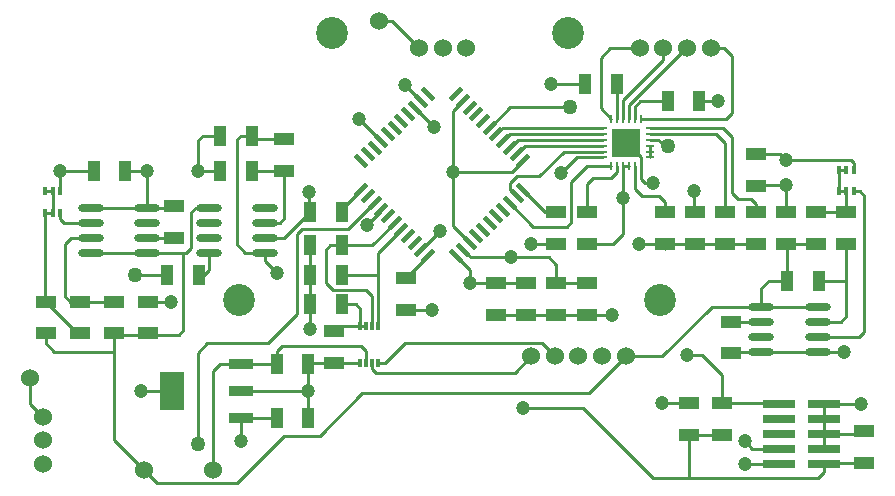
<source format=gtl>
G04 Layer_Physical_Order=1*
G04 Layer_Color=255*
%FSLAX44Y44*%
%MOMM*%
G71*
G01*
G75*
%ADD10R,0.3000X0.6600*%
%ADD11R,1.7000X1.1000*%
%ADD12R,1.1000X1.7000*%
%ADD13O,2.2000X0.6000*%
%ADD14R,2.1500X3.2500*%
%ADD15R,2.1500X0.9500*%
%ADD16R,0.3000X0.8000*%
%ADD17R,2.4000X2.4000*%
%ADD18O,0.8000X0.2000*%
%ADD19O,0.2000X0.8000*%
%ADD20R,2.7940X0.7620*%
G04:AMPARAMS|DCode=21|XSize=0.4mm|YSize=1.4mm|CornerRadius=0mm|HoleSize=0mm|Usage=FLASHONLY|Rotation=225.000|XOffset=0mm|YOffset=0mm|HoleType=Round|Shape=Rectangle|*
%AMROTATEDRECTD21*
4,1,4,-0.3536,0.6364,0.6364,-0.3536,0.3536,-0.6364,-0.6364,0.3536,-0.3536,0.6364,0.0*
%
%ADD21ROTATEDRECTD21*%

G04:AMPARAMS|DCode=22|XSize=0.4mm|YSize=1.4mm|CornerRadius=0mm|HoleSize=0mm|Usage=FLASHONLY|Rotation=315.000|XOffset=0mm|YOffset=0mm|HoleType=Round|Shape=Rectangle|*
%AMROTATEDRECTD22*
4,1,4,-0.6364,-0.3536,0.3536,0.6364,0.6364,0.3536,-0.3536,-0.6364,-0.6364,-0.3536,0.0*
%
%ADD22ROTATEDRECTD22*%

%ADD23C,0.2540*%
%ADD24C,1.5240*%
%ADD25C,2.7000*%
%ADD26C,1.2000*%
%ADD27C,1.2700*%
%ADD28C,0.6000*%
D10*
X704500Y288250D02*
D03*
X711000D02*
D03*
X717500D02*
D03*
Y269750D02*
D03*
X711000D02*
D03*
X704500D02*
D03*
X32500Y270250D02*
D03*
X39000D02*
D03*
X45500D02*
D03*
Y251750D02*
D03*
X39000D02*
D03*
X32500D02*
D03*
D11*
X659667Y252500D02*
D03*
Y225500D02*
D03*
X613000Y132500D02*
D03*
Y159500D02*
D03*
X120000Y176500D02*
D03*
Y149500D02*
D03*
X91000Y176500D02*
D03*
Y149500D02*
D03*
X142000Y257500D02*
D03*
Y230500D02*
D03*
X634000Y301500D02*
D03*
Y274500D02*
D03*
X685333Y225500D02*
D03*
Y252500D02*
D03*
X711000Y225500D02*
D03*
Y252500D02*
D03*
X33000Y149500D02*
D03*
Y176500D02*
D03*
X62000D02*
D03*
Y149500D02*
D03*
X235000Y287000D02*
D03*
Y314000D02*
D03*
X277000Y151500D02*
D03*
Y124500D02*
D03*
X338000Y169000D02*
D03*
Y196000D02*
D03*
X465333Y252500D02*
D03*
Y225500D02*
D03*
X414000Y165500D02*
D03*
Y192500D02*
D03*
X439667Y165500D02*
D03*
Y192500D02*
D03*
X465333Y165500D02*
D03*
Y192500D02*
D03*
X491000Y165500D02*
D03*
Y192500D02*
D03*
X557000Y225500D02*
D03*
Y252500D02*
D03*
X634000Y225500D02*
D03*
Y252500D02*
D03*
X608333Y225500D02*
D03*
Y252500D02*
D03*
X582667D02*
D03*
Y225500D02*
D03*
X491000Y252500D02*
D03*
Y225500D02*
D03*
X726000Y66500D02*
D03*
Y39500D02*
D03*
X578000Y90500D02*
D03*
Y63500D02*
D03*
X606000Y90500D02*
D03*
Y63500D02*
D03*
D12*
X687500Y194000D02*
D03*
X660500D02*
D03*
X208000Y287000D02*
D03*
X181000D02*
D03*
X255500Y78000D02*
D03*
X228500D02*
D03*
X255500Y124000D02*
D03*
X228500D02*
D03*
X208000Y317000D02*
D03*
X181000D02*
D03*
X100500Y287000D02*
D03*
X73500D02*
D03*
X162500Y199000D02*
D03*
X135500D02*
D03*
X256500Y252000D02*
D03*
X283500D02*
D03*
Y199000D02*
D03*
X256500D02*
D03*
X283500Y224000D02*
D03*
X256500D02*
D03*
X283500Y174000D02*
D03*
X256500D02*
D03*
X517000Y361000D02*
D03*
X490000D02*
D03*
X586500Y346000D02*
D03*
X559500D02*
D03*
D13*
X687000Y133950D02*
D03*
Y146650D02*
D03*
Y159350D02*
D03*
Y172050D02*
D03*
X639000Y133950D02*
D03*
Y146650D02*
D03*
Y159350D02*
D03*
Y172050D02*
D03*
X71000Y255850D02*
D03*
Y243150D02*
D03*
Y230450D02*
D03*
Y217750D02*
D03*
X119000Y255850D02*
D03*
Y243150D02*
D03*
Y230450D02*
D03*
Y217750D02*
D03*
X219000Y217950D02*
D03*
Y230650D02*
D03*
Y243350D02*
D03*
Y256050D02*
D03*
X171000Y217950D02*
D03*
Y230650D02*
D03*
Y243350D02*
D03*
Y256050D02*
D03*
D14*
X140000Y101000D02*
D03*
D15*
X198000Y124000D02*
D03*
Y101000D02*
D03*
Y78000D02*
D03*
D16*
X299500Y124500D02*
D03*
X304500D02*
D03*
X309500D02*
D03*
X314500D02*
D03*
X299500Y155500D02*
D03*
X304500D02*
D03*
X309500D02*
D03*
X314500D02*
D03*
D17*
X524500Y311000D02*
D03*
D18*
X544500Y323500D02*
D03*
Y318500D02*
D03*
Y313500D02*
D03*
Y308500D02*
D03*
Y303500D02*
D03*
Y298500D02*
D03*
X504500D02*
D03*
Y303500D02*
D03*
Y308500D02*
D03*
Y313500D02*
D03*
Y318500D02*
D03*
Y323500D02*
D03*
D19*
X537000Y291000D02*
D03*
X532000D02*
D03*
X527000D02*
D03*
X522000D02*
D03*
X517000D02*
D03*
X512000D02*
D03*
Y331000D02*
D03*
X517000D02*
D03*
X522000D02*
D03*
X527000D02*
D03*
X532000D02*
D03*
X537000D02*
D03*
D20*
X654000Y90100D02*
D03*
X692100D02*
D03*
X654000Y77400D02*
D03*
X692100D02*
D03*
X654000Y64700D02*
D03*
X692100D02*
D03*
X654000Y52000D02*
D03*
X692100D02*
D03*
X654000Y39300D02*
D03*
X692100D02*
D03*
D21*
X437284Y271284D02*
D03*
X431627Y265627D02*
D03*
X425971Y259971D02*
D03*
X420314Y254314D02*
D03*
X414657Y248657D02*
D03*
X409000Y243000D02*
D03*
X403343Y237343D02*
D03*
X397686Y231686D02*
D03*
X392029Y226029D02*
D03*
X386372Y220373D02*
D03*
X380716Y214716D02*
D03*
X300105Y295326D02*
D03*
X305762Y300983D02*
D03*
X311419Y306640D02*
D03*
X317076Y312297D02*
D03*
X322733Y317953D02*
D03*
X328390Y323610D02*
D03*
X334047Y329267D02*
D03*
X339703Y334924D02*
D03*
X345360Y340581D02*
D03*
X351017Y346238D02*
D03*
X356674Y351894D02*
D03*
D22*
X356674Y214716D02*
D03*
X351017Y220373D02*
D03*
X345360Y226029D02*
D03*
X339703Y231686D02*
D03*
X334047Y237343D02*
D03*
X328390Y243000D02*
D03*
X322733Y248657D02*
D03*
X317076Y254314D02*
D03*
X311419Y259970D02*
D03*
X305762Y265627D02*
D03*
X300105Y271284D02*
D03*
X380716Y351895D02*
D03*
X386372Y346238D02*
D03*
X392029Y340581D02*
D03*
X397686Y334924D02*
D03*
X403343Y329267D02*
D03*
X409000Y323610D02*
D03*
X414657Y317953D02*
D03*
X420314Y312297D02*
D03*
X425970Y306640D02*
D03*
X431628Y300983D02*
D03*
X437284Y295326D02*
D03*
D23*
X120000Y175500D02*
X120500Y176000D01*
X535000Y225000D02*
X633500D01*
X660000Y248500D02*
Y275000D01*
X547000Y27000D02*
X578000D01*
X488000Y86000D02*
X547000Y27000D01*
X687000D02*
X692100Y32100D01*
X578000Y27000D02*
X687000D01*
X578000D02*
Y63500D01*
X692100Y32100D02*
Y39300D01*
X160100Y256100D02*
X171000D01*
X597000Y172000D02*
X652950D01*
X91000Y148500D02*
X145500D01*
X149000Y152000D02*
Y217750D01*
X145500Y148500D02*
X149000Y152000D01*
X540000Y277000D02*
X547000D01*
X537000Y280000D02*
X540000Y277000D01*
X532000Y271890D02*
X537890Y266000D01*
X532000Y271890D02*
Y291000D01*
X537890Y266000D02*
X552000D01*
X496000Y281000D02*
X512000D01*
X491000Y276000D02*
X496000Y281000D01*
X491000Y252500D02*
Y276000D01*
X619000Y263000D02*
X630000D01*
X614000Y268000D02*
X619000Y263000D01*
X614000Y268000D02*
Y316000D01*
X606500Y323500D02*
X614000Y316000D01*
X430000Y116000D02*
X444000Y130000D01*
X312875Y116000D02*
X430000D01*
X493000Y99000D02*
X524000Y130000D01*
X301000Y99000D02*
X493000D01*
X378000Y240059D02*
X392029Y226029D01*
X378000Y337865D02*
X386372Y346238D01*
X427958Y286000D02*
X437284Y295326D01*
X338000Y196000D02*
X356674Y214674D01*
X337000Y360000D02*
X350762Y346238D01*
X298000Y331000D02*
X316703Y312297D01*
X288890Y238000D02*
X310861Y259970D01*
X314500Y217796D02*
X334047Y237343D01*
X305000Y241000D02*
X317076Y253076D01*
X426000Y271255D02*
X431627Y265627D01*
X283500Y254679D02*
X300105Y271284D01*
X309390Y224000D02*
X328390Y243000D01*
X631000Y52000D02*
X654000D01*
X625000Y58000D02*
X631000Y52000D01*
X625000Y39300D02*
X654000D01*
X692100Y64700D02*
Y77400D01*
X653600Y90500D02*
X654000Y90100D01*
X606000Y90500D02*
X653600D01*
X589000Y131000D02*
X606000Y114000D01*
Y90500D02*
Y114000D01*
X578000Y63500D02*
X606000D01*
X555000Y91000D02*
X577500D01*
X578000Y90500D01*
X437000Y86000D02*
X488000D01*
X576000Y131000D02*
X589000D01*
X555000Y130000D02*
X597000Y172000D01*
X524000Y130000D02*
X555000D01*
X211000Y314000D02*
X235000D01*
X208000Y317000D02*
X211000Y314000D01*
X195000Y225000D02*
Y314000D01*
X198000Y317000D01*
X208000D01*
X162000Y287000D02*
Y313000D01*
X166000Y317000D01*
X181000D01*
X162000Y287000D02*
X181000D01*
X235000Y247000D02*
Y287000D01*
X231350Y243350D02*
X235000Y247000D01*
X219000Y243350D02*
X231350D01*
X208000Y287000D02*
X235000D01*
X195000Y225000D02*
X202050Y217950D01*
X326000Y414000D02*
X349000Y391000D01*
X315000Y414000D02*
X326000D01*
X62000Y176500D02*
X91000D01*
X53500D02*
X62000D01*
X49000Y181000D02*
X53500Y176500D01*
X49000Y181000D02*
Y225000D01*
X432000Y283000D02*
X451000D01*
X426000Y277000D02*
X432000Y283000D01*
X426000Y271255D02*
Y277000D01*
X451000Y283000D02*
X471500Y303500D01*
X316703Y312297D02*
X317076D01*
X250000Y238000D02*
X288890D01*
X310861Y259970D02*
X311419D01*
X426390Y341000D02*
X477000D01*
X409000Y323610D02*
X426390Y341000D01*
X439145Y308500D02*
X504500D01*
X420204Y323500D02*
X504500D01*
X426517Y318500D02*
X504500D01*
X432831Y313500D02*
X504500D01*
X425970Y306640D02*
X432831Y313500D01*
X471500Y303500D02*
X504500D01*
X482500Y298500D02*
X504500D01*
X469000Y285000D02*
X482500Y298500D01*
X608333Y252500D02*
Y310667D01*
X600500Y318500D02*
X608333Y310667D01*
X544500Y318500D02*
X600500D01*
X544500Y323500D02*
X606500D01*
X634000Y252500D02*
Y259000D01*
X630000Y263000D02*
X634000Y259000D01*
X711000Y248500D02*
Y269750D01*
X685333Y252500D02*
X711000D01*
X20000Y90000D02*
X31000Y79000D01*
X20000Y90000D02*
Y112000D01*
X175000Y118000D02*
X181000Y124000D01*
X175000Y34000D02*
Y118000D01*
X653000Y172050D02*
X687000D01*
X638850Y159500D02*
X639000Y159350D01*
Y133950D02*
X687000D01*
X652950Y172000D02*
X653000Y172050D01*
X530000Y305500D02*
X537000Y298500D01*
X491000Y291000D02*
X512000D01*
X478000Y278000D02*
X491000Y291000D01*
X522000Y264000D02*
Y291000D01*
X537000Y280000D02*
Y291000D01*
X551500Y313500D02*
X557000Y308000D01*
X544500Y313500D02*
X551500D01*
X557000Y308000D02*
X560000D01*
X114000Y101000D02*
X140000D01*
X235000Y63000D02*
X265000D01*
X259500Y199000D02*
X260000Y199500D01*
X299500Y155500D02*
Y170500D01*
X296000Y174000D02*
X299500Y170500D01*
X286500Y174000D02*
X296000D01*
X281000Y155500D02*
X299500D01*
X277000Y151500D02*
X281000Y155500D01*
X299500D02*
X304500D01*
X277000Y124500D02*
X299500D01*
X198000Y78000D02*
X198000Y78000D01*
X198000Y58000D02*
Y78000D01*
X255500Y78000D02*
X256000Y78500D01*
X256500Y124500D02*
X277000D01*
X522000Y331000D02*
Y347000D01*
X532000Y331000D02*
Y341580D01*
X536421Y346000D01*
X544500Y303500D02*
Y308500D01*
Y298500D02*
Y303500D01*
X522000Y291000D02*
X527000D01*
X537000D02*
Y298500D01*
X33000Y141000D02*
Y149500D01*
Y141000D02*
X40000Y134000D01*
X91000D01*
Y148500D01*
X32500Y177000D02*
Y251750D01*
Y177000D02*
X33000Y176500D01*
X60500Y149000D01*
X228500Y124000D02*
Y134500D01*
X233000Y139000D01*
X300000D01*
X304500Y134500D01*
Y124500D02*
Y134500D01*
X256000Y124000D02*
X256500Y124500D01*
X198000Y101000D02*
X198000Y101000D01*
X255500Y78000D02*
Y100500D01*
X255000Y101000D02*
X255500Y100500D01*
Y101500D02*
Y124000D01*
X255000Y101000D02*
X255500Y101500D01*
X717500Y269750D02*
X722250D01*
X726000Y266000D01*
X721650Y146650D02*
X726000Y151000D01*
Y266000D01*
X687000Y159350D02*
X706350D01*
X711000Y164000D01*
X704500Y288250D02*
X711000D01*
X704500Y269750D02*
Y288250D01*
Y269750D02*
X711000D01*
X32500Y270250D02*
X39000D01*
X32500Y251750D02*
X39000D01*
Y270250D01*
X60500Y149000D02*
X62333D01*
X45500Y270250D02*
Y286500D01*
X45000Y287000D02*
X45500Y286500D01*
X175000Y31000D02*
Y34000D01*
X195110Y23110D02*
X235000Y63000D01*
X162000Y133000D02*
X170000Y141000D01*
X503000Y340000D02*
X512000Y331000D01*
X461000Y361000D02*
X490000D01*
X517000Y331000D02*
Y361000D01*
Y363000D01*
X503000Y340000D02*
Y383000D01*
X511000Y391000D01*
X536000D01*
X522000Y347000D02*
X556000Y381000D01*
X536421Y346000D02*
X559500D01*
X586500D02*
X602000D01*
X537000Y331000D02*
X609000D01*
X614000Y336000D01*
X607000Y391000D02*
X614000Y384000D01*
Y336000D02*
Y384000D01*
X596000Y391000D02*
X607000D01*
X556000Y381000D02*
Y391000D01*
X575000D02*
X576000D01*
X527000Y331000D02*
Y343000D01*
X575000Y391000D01*
X465333Y192500D02*
X491000D01*
X459000Y214000D02*
X465333Y207667D01*
Y192500D02*
Y207667D01*
X414000Y165500D02*
X439667D01*
X465333D01*
X491000D01*
X512500D01*
X478000Y244000D02*
Y278000D01*
X474000Y240000D02*
X478000Y244000D01*
X445941Y240000D02*
X474000D01*
X491000Y225500D02*
X513500D01*
X522000Y234000D01*
Y264000D01*
X456069Y252500D02*
X465333D01*
X414000Y192500D02*
X439667D01*
X413500Y192000D02*
X414000Y192500D01*
X392000Y192000D02*
X413500D01*
X392000D02*
Y203431D01*
X378000Y240059D02*
Y286000D01*
X427958D01*
X557000Y221000D02*
X557500Y221500D01*
X512000Y281000D02*
X517000Y286000D01*
Y291000D01*
X639000Y172050D02*
Y188000D01*
X608333Y248500D02*
Y252500D01*
X557000Y248500D02*
Y252500D01*
X639000Y188000D02*
X645000Y194000D01*
X660500D01*
X659667Y225500D02*
X685333D01*
X660500Y194000D02*
Y224667D01*
X659667Y225500D02*
X660500Y224667D01*
X583000Y248500D02*
X583000Y248500D01*
X582000Y249500D02*
X583000Y248500D01*
X552000Y266000D02*
X557000Y261000D01*
Y252500D02*
Y261000D01*
X633500Y225000D02*
X634000Y225500D01*
X659500Y274500D02*
X660000Y275000D01*
X634500D02*
X660000D01*
Y296000D02*
X715000D01*
X717500Y293500D01*
Y288250D02*
Y293500D01*
X654500Y301500D02*
X660000Y296000D01*
X634000Y301500D02*
X654500D01*
X582000Y249500D02*
Y270000D01*
X687500Y194000D02*
X711000D01*
Y164000D02*
Y194000D01*
Y225500D01*
X356674Y214674D02*
Y214716D01*
X338000Y169000D02*
X360000D01*
X613150Y159350D02*
X639000D01*
X613000Y159500D02*
X613150Y159350D01*
X614450Y133950D02*
X639000D01*
X613000Y132500D02*
X614450Y133950D01*
X612500Y133000D02*
X613000Y132500D01*
X453000Y141000D02*
X464000Y130000D01*
X314500Y124500D02*
X320500D01*
X337000Y141000D01*
X453000D01*
X309500Y119376D02*
Y124500D01*
Y119376D02*
X312875Y116000D01*
X198000Y78000D02*
X228500D01*
X198000Y101000D02*
X255000D01*
X181000Y124000D02*
X198000D01*
X228500D01*
X687000Y146650D02*
X721650D01*
X687000Y133950D02*
X709050D01*
X709100Y133900D01*
X692100Y52000D02*
Y64700D01*
Y77400D02*
Y90100D01*
Y64700D02*
X724200D01*
X726000Y66500D01*
X692300Y39500D02*
X726000D01*
X692100Y39300D02*
X692300Y39500D01*
X692100Y90100D02*
X692200Y90000D01*
X723000D01*
X317076Y253076D02*
Y254314D01*
X283500Y224000D02*
X309390D01*
X283500Y252000D02*
Y254679D01*
X256000Y252500D02*
X256500Y252000D01*
X256000Y252500D02*
Y269000D01*
X71000Y217750D02*
X119000D01*
Y230450D02*
X141950D01*
X142000Y230500D01*
X119000Y255850D02*
X140350D01*
X142000Y257500D01*
X49000Y225000D02*
X54450Y230450D01*
X71000D01*
X45500Y246500D02*
Y251750D01*
Y246500D02*
X48850Y243150D01*
X71000D01*
Y255850D02*
X119000D01*
X45000Y287000D02*
X73500D01*
X100500D02*
X119000D01*
Y255850D02*
Y287000D01*
X120500Y176000D02*
X139000D01*
X119000Y217750D02*
X149000D01*
X151750D01*
X156000Y222000D01*
Y252000D01*
X160100Y256100D01*
X109000Y199000D02*
X135500D01*
X162500D02*
X167000D01*
X171000Y203000D01*
Y217950D01*
X246000Y234000D02*
X250000Y238000D01*
X256500Y153500D02*
Y174000D01*
Y199000D01*
Y224000D01*
X274000D02*
X283500D01*
X270000Y220000D02*
X274000Y224000D01*
X270000Y192000D02*
Y220000D01*
Y192000D02*
X276000Y186000D01*
X304500D01*
X309500Y181000D01*
Y155500D02*
Y181000D01*
X283500Y199000D02*
X314500D01*
Y155500D02*
Y199000D01*
Y217796D01*
X219000Y211000D02*
Y217950D01*
Y211000D02*
X229000Y201000D01*
X219000Y230650D02*
X235150D01*
X256500Y252000D01*
X378000Y286000D02*
Y337865D01*
X431628Y300983D02*
X439145Y308500D01*
X420314Y312297D02*
X426517Y318500D01*
X414657Y317953D02*
X420204Y323500D01*
X350762Y346238D02*
X351017D01*
X361941Y324000D02*
X362000D01*
X427000Y214000D02*
X459000D01*
X392745D02*
X427000D01*
X202050Y217950D02*
X219000D01*
X464833Y225000D02*
X465333Y225500D01*
X444000Y225000D02*
X464833D01*
X265000Y63000D02*
X301000Y99000D01*
X351017Y220373D02*
X366822Y236178D01*
X345360Y340581D02*
X361941Y324000D01*
X386372Y220373D02*
X392745Y214000D01*
X380716Y214716D02*
X392000Y203431D01*
X425971Y259971D02*
X445941Y240000D01*
X437284Y271284D02*
X456069Y252500D01*
X170000Y141000D02*
X221000D01*
X246000Y166000D01*
Y234000D01*
X126890Y23110D02*
X195110D01*
X116000Y34000D02*
X126890Y23110D01*
X91000Y59000D02*
X116000Y34000D01*
X91000Y59000D02*
Y134000D01*
X162000Y56000D02*
Y133000D01*
D24*
X31000Y39000D02*
D03*
Y59000D02*
D03*
Y79000D02*
D03*
X315000Y414000D02*
D03*
X20000Y112000D02*
D03*
X175000Y34000D02*
D03*
X116000D02*
D03*
X349000Y391000D02*
D03*
X369000D02*
D03*
X389000D02*
D03*
X596000D02*
D03*
X536000D02*
D03*
X556000D02*
D03*
X576000D02*
D03*
X444000Y130000D02*
D03*
X484000D02*
D03*
X504000D02*
D03*
X524000D02*
D03*
X464000D02*
D03*
D25*
X275000Y404000D02*
D03*
X475000D02*
D03*
X196550Y177500D02*
D03*
X553450D02*
D03*
D26*
X547000Y277000D02*
D03*
X625000Y58000D02*
D03*
Y39300D02*
D03*
X555000Y91000D02*
D03*
X576000Y131000D02*
D03*
X298000Y331000D02*
D03*
X535000Y225000D02*
D03*
X522000Y264000D02*
D03*
X114000Y101000D02*
D03*
X461000Y361000D02*
D03*
X198000Y58000D02*
D03*
X229000Y201000D02*
D03*
X255000Y101000D02*
D03*
X45000Y287000D02*
D03*
X602000Y346000D02*
D03*
X512500Y165500D02*
D03*
X469000Y285000D02*
D03*
X392000Y192000D02*
D03*
X378000Y286000D02*
D03*
X582000Y270000D02*
D03*
X660000Y275000D02*
D03*
Y296000D02*
D03*
X360000Y169000D02*
D03*
X437000Y86000D02*
D03*
X709100Y133900D02*
D03*
X723000Y90000D02*
D03*
X305000Y241000D02*
D03*
X256000Y269000D02*
D03*
X119000Y287000D02*
D03*
X139000Y176000D02*
D03*
X256500Y153500D02*
D03*
X162000Y287000D02*
D03*
X337000Y360000D02*
D03*
X362000Y324000D02*
D03*
X427000Y214000D02*
D03*
X444000Y225000D02*
D03*
X366822Y236178D02*
D03*
D27*
X477000Y341000D02*
D03*
X560000Y308000D02*
D03*
X109000Y199000D02*
D03*
X162000Y56000D02*
D03*
D28*
X519000Y305500D02*
D03*
X530000Y316500D02*
D03*
Y305500D02*
D03*
X519000Y316500D02*
D03*
M02*

</source>
